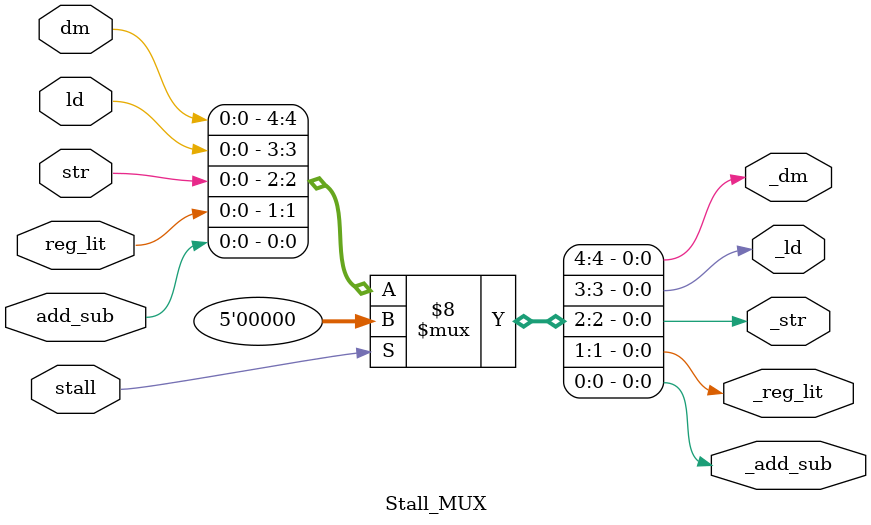
<source format=v>
`timescale 1ns / 1ps

module Stall_MUX(
    input stall,
    input dm,
    input ld,
    input str,
    input reg_lit,
    input add_sub,    
    output reg _dm = 1'b0,
    output reg _ld = 1'b0,
    output reg _str = 1'b0,
    output reg _reg_lit = 1'b0,
    output reg _add_sub = 1'b0
    );
    
    always @(*) begin
        if(stall) begin
            {_dm, _ld, _str, _reg_lit, _add_sub} = 
            5'b00000;
        end
        else begin
            {_dm, _ld, _str, _reg_lit, _add_sub} =
            {dm, ld, str, reg_lit, add_sub};
        end
    end
endmodule

</source>
